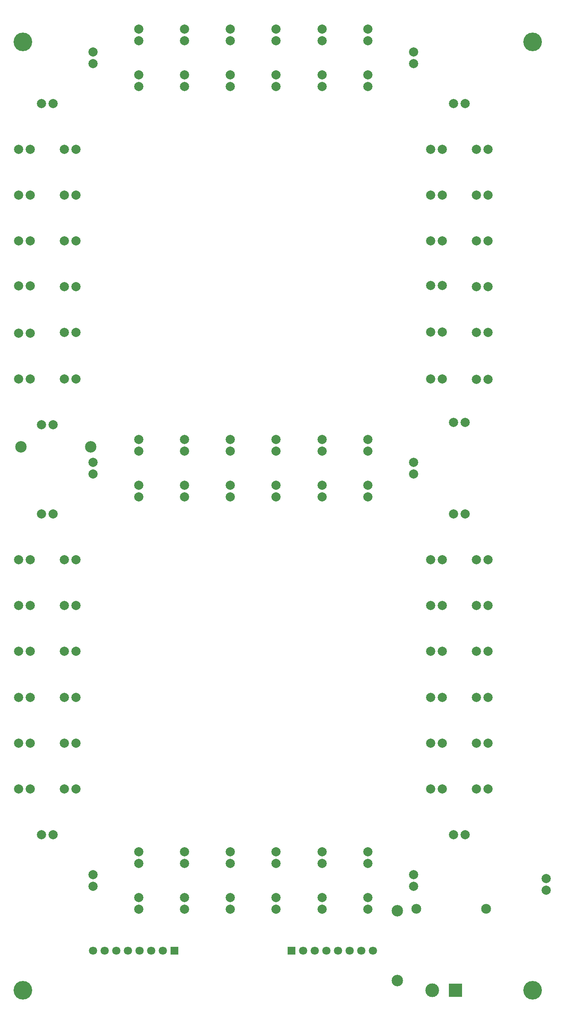
<source format=gtl>
G04 (created by PCBNEW (2013-07-07 BZR 4022)-stable) date 1/25/2016 6:15:22 PM*
%MOIN*%
G04 Gerber Fmt 3.4, Leading zero omitted, Abs format*
%FSLAX34Y34*%
G01*
G70*
G90*
G04 APERTURE LIST*
%ADD10C,0.00590551*%
%ADD11C,0.0787*%
%ADD12C,0.0843701*%
%ADD13R,0.1181X0.1181*%
%ADD14C,0.1181*%
%ADD15R,0.0708661X0.0708661*%
%ADD16C,0.0708661*%
%ADD17C,0.0984252*%
%ADD18C,0.16*%
G04 APERTURE END LIST*
G54D10*
G54D11*
X14638Y-65977D03*
X13638Y-65977D03*
X18575Y-30702D03*
X17575Y-30702D03*
X18575Y-26765D03*
X17575Y-26765D03*
X16607Y-81725D03*
X15607Y-81725D03*
X16607Y-54166D03*
X15607Y-54166D03*
X18575Y-69914D03*
X17575Y-69914D03*
X18575Y-65977D03*
X17575Y-65977D03*
X18575Y-62040D03*
X17575Y-62040D03*
X18575Y-58103D03*
X17575Y-58103D03*
X14638Y-69914D03*
X13638Y-69914D03*
X18575Y-38576D03*
X17575Y-38576D03*
X14638Y-62040D03*
X13638Y-62040D03*
X14638Y-58103D03*
X13638Y-58103D03*
X47603Y-14454D03*
X47603Y-15454D03*
X23981Y-12485D03*
X23981Y-13485D03*
X20044Y-14454D03*
X20044Y-15454D03*
X31855Y-12485D03*
X31855Y-13485D03*
X35792Y-12485D03*
X35792Y-13485D03*
X39729Y-47761D03*
X39729Y-48761D03*
X20044Y-49729D03*
X20044Y-50729D03*
X47603Y-49729D03*
X47603Y-50729D03*
X43666Y-51698D03*
X43666Y-52698D03*
X39729Y-51698D03*
X39729Y-52698D03*
X35792Y-51698D03*
X35792Y-52698D03*
X31855Y-51698D03*
X31855Y-52698D03*
X31855Y-47761D03*
X31855Y-48761D03*
X35792Y-47761D03*
X35792Y-48761D03*
X18575Y-34639D03*
X17575Y-34639D03*
X43666Y-47761D03*
X43666Y-48761D03*
X14638Y-42552D03*
X13638Y-42552D03*
X18575Y-22828D03*
X17575Y-22828D03*
X16607Y-18891D03*
X15607Y-18891D03*
X14638Y-26765D03*
X13638Y-26765D03*
X14638Y-22828D03*
X13638Y-22828D03*
X14638Y-30702D03*
X13638Y-30702D03*
X27918Y-12485D03*
X27918Y-13485D03*
X31855Y-83194D03*
X31855Y-84194D03*
X50071Y-65977D03*
X49071Y-65977D03*
X50071Y-77788D03*
X49071Y-77788D03*
X54008Y-73851D03*
X53008Y-73851D03*
X54008Y-69914D03*
X53008Y-69914D03*
X54008Y-65977D03*
X53008Y-65977D03*
X43666Y-83194D03*
X43666Y-84194D03*
X39729Y-83194D03*
X39729Y-84194D03*
X35792Y-83194D03*
X35792Y-84194D03*
X35792Y-16422D03*
X35792Y-17422D03*
X31855Y-87131D03*
X31855Y-88131D03*
X35792Y-87131D03*
X35792Y-88131D03*
X39729Y-87131D03*
X39729Y-88131D03*
X43666Y-87131D03*
X43666Y-88131D03*
X20044Y-85162D03*
X20044Y-86162D03*
X47603Y-85162D03*
X47603Y-86162D03*
X54008Y-62040D03*
X53008Y-62040D03*
X54008Y-22828D03*
X53008Y-22828D03*
X50071Y-62040D03*
X49071Y-62040D03*
X31855Y-16422D03*
X31855Y-17422D03*
X27918Y-16422D03*
X27918Y-17422D03*
X23981Y-16422D03*
X23981Y-17422D03*
X50071Y-42552D03*
X49071Y-42552D03*
X50071Y-30702D03*
X49071Y-30702D03*
X50071Y-26765D03*
X49071Y-26765D03*
X50071Y-22828D03*
X49071Y-22828D03*
X52040Y-18891D03*
X51040Y-18891D03*
X54008Y-38576D03*
X53008Y-38576D03*
X54008Y-34639D03*
X53008Y-34639D03*
X54008Y-30702D03*
X53008Y-30702D03*
X54008Y-26765D03*
X53008Y-26765D03*
X54008Y-58103D03*
X53008Y-58103D03*
X52040Y-54166D03*
X51040Y-54166D03*
X50071Y-58103D03*
X49071Y-58103D03*
X59000Y-85500D03*
X59000Y-86500D03*
G54D12*
X47850Y-88100D03*
X53850Y-88100D03*
G54D11*
X14638Y-73851D03*
X13638Y-73851D03*
X18575Y-73851D03*
X17575Y-73851D03*
X18575Y-42552D03*
X17575Y-42552D03*
X14638Y-34560D03*
X13638Y-34560D03*
X27918Y-51698D03*
X27918Y-52698D03*
X27918Y-47761D03*
X27918Y-48761D03*
X39729Y-16422D03*
X39729Y-17422D03*
X39729Y-12485D03*
X39729Y-13485D03*
X50071Y-34521D03*
X49071Y-34521D03*
X54008Y-42592D03*
X53008Y-42592D03*
X54008Y-77788D03*
X53008Y-77788D03*
X50071Y-69914D03*
X49071Y-69914D03*
X27918Y-87131D03*
X27918Y-88131D03*
X27918Y-83194D03*
X27918Y-84194D03*
X14638Y-77788D03*
X13638Y-77788D03*
X18575Y-77788D03*
X17575Y-77788D03*
X16607Y-46489D03*
X15607Y-46489D03*
X14638Y-38615D03*
X13638Y-38615D03*
X23981Y-47761D03*
X23981Y-48761D03*
X23981Y-51698D03*
X23981Y-52698D03*
X43666Y-16422D03*
X43666Y-17422D03*
X43666Y-12485D03*
X43666Y-13485D03*
X52040Y-46292D03*
X51040Y-46292D03*
X50071Y-38537D03*
X49071Y-38537D03*
X52040Y-81725D03*
X51040Y-81725D03*
X50071Y-73851D03*
X49071Y-73851D03*
X23981Y-87131D03*
X23981Y-88131D03*
X23981Y-83194D03*
X23981Y-84194D03*
G54D13*
X51200Y-95100D03*
G54D14*
X49200Y-95100D03*
G54D15*
X37104Y-91679D03*
G54D16*
X38104Y-91679D03*
X39104Y-91679D03*
X40104Y-91679D03*
X41104Y-91679D03*
X42104Y-91679D03*
X43104Y-91679D03*
X44104Y-91679D03*
G54D15*
X27061Y-91679D03*
G54D16*
X26061Y-91679D03*
X25061Y-91679D03*
X24061Y-91679D03*
X23061Y-91679D03*
X22061Y-91679D03*
X21061Y-91679D03*
X20061Y-91679D03*
G54D17*
X46200Y-94250D03*
X46200Y-88250D03*
X13850Y-48400D03*
X19850Y-48400D03*
G54D18*
X14000Y-13600D03*
X57850Y-13600D03*
X57850Y-95100D03*
X14000Y-95100D03*
M02*

</source>
